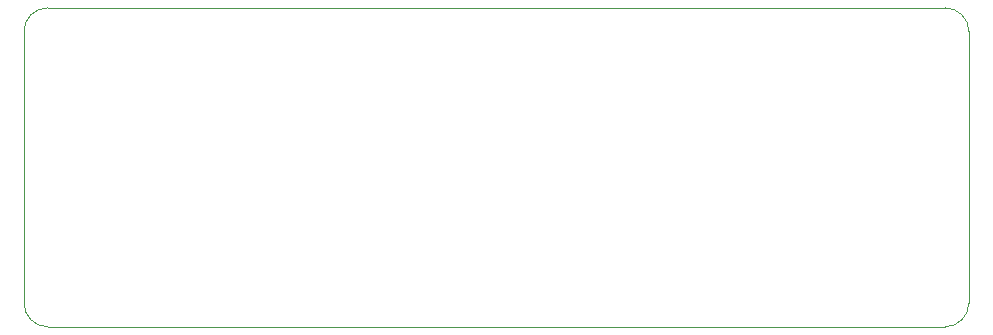
<source format=gbr>
%TF.GenerationSoftware,KiCad,Pcbnew,9.0.1*%
%TF.CreationDate,2025-05-09T23:00:38+01:00*%
%TF.ProjectId,aom-preamp,616f6d2d-7072-4656-916d-702e6b696361,rev?*%
%TF.SameCoordinates,Original*%
%TF.FileFunction,Profile,NP*%
%FSLAX46Y46*%
G04 Gerber Fmt 4.6, Leading zero omitted, Abs format (unit mm)*
G04 Created by KiCad (PCBNEW 9.0.1) date 2025-05-09 23:00:38*
%MOMM*%
%LPD*%
G01*
G04 APERTURE LIST*
%TA.AperFunction,Profile*%
%ADD10C,0.050000*%
%TD*%
G04 APERTURE END LIST*
D10*
X170000000Y-75500000D02*
G75*
G02*
X172000000Y-77500000I0J-2000000D01*
G01*
X94000000Y-75500000D02*
X170000000Y-75500000D01*
X94000000Y-102500000D02*
G75*
G02*
X92000000Y-100500000I0J2000000D01*
G01*
X172000000Y-77500000D02*
X172000000Y-100500000D01*
X92000000Y-100500000D02*
X92000000Y-77500000D01*
X92000000Y-77500000D02*
G75*
G02*
X94000000Y-75500000I2000000J0D01*
G01*
X170000000Y-102500000D02*
X94000000Y-102500000D01*
X172000000Y-100500000D02*
G75*
G02*
X170000000Y-102500000I-2000000J0D01*
G01*
M02*

</source>
